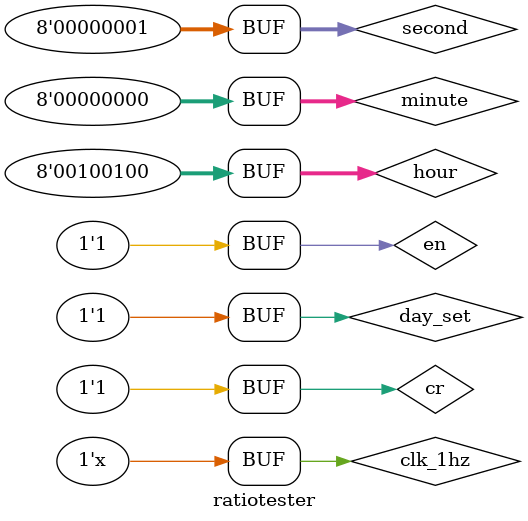
<source format=v>
`timescale 1ns / 1ps


module ratiotester;

	// Inputs
	reg [7:0] hour;
	reg [7:0] minute;
	reg [7:0] second;
	reg clk_1hz;
	reg cr;
	reg en;
	reg day_set;

	// Outputs
	wire hour_alarm;
	wire [7:0] last;
	wire [7:0] hour_out_tmp;

	// Instantiate the Unit Under Test (UUT)
	HourAlarm uut (
		.hour(hour), 
		.minute(minute), 
		.second(second), 
		.clk_1hz(clk_1hz), 
		.cr(cr), 
		.en(en), 
		.day_set(day_set), 
		.hour_alarm(hour_alarm), 
		.last(last), 
		.hour_out_tmp(hour_out_tmp)
	);

	initial begin
		// Initialize Inputs
		hour = 0;
		minute = 0;
		second = 0;
		clk_1hz = 0;
		cr = 1;
		en = 1;
		day_set = 1;
		
		#2;
		cr=0;
		#2
		cr=1;
		hour=8'h13;
      #4 
		second=1;
		#1000
		second=0;
		hour=8'h15;
		#4 
		second=1;
		#1000
		second=0;
		hour=8'h19;
		#4 
		second=1;
		#1000
		second=0;
		hour=8'h21;
		#4 
		second=1;
		#1000
		second=0;
		hour=8'h23;
		#4 
		second=1;
		#1000
		second=0;
		hour=8'h24;
				#4 
		second=1;
		// Add stimulus here

	end
      always clk_1hz=#2~clk_1hz;
endmodule


</source>
